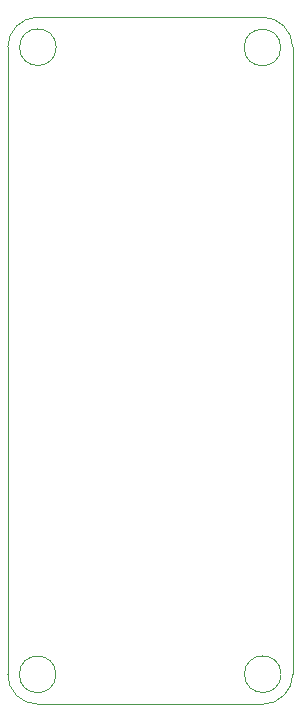
<source format=gbr>
%TF.GenerationSoftware,KiCad,Pcbnew,(6.0.7)*%
%TF.CreationDate,2022-11-28T20:00:57-08:00*%
%TF.ProjectId,max98357-amp,6d617839-3833-4353-972d-616d702e6b69,rev?*%
%TF.SameCoordinates,Original*%
%TF.FileFunction,Profile,NP*%
%FSLAX46Y46*%
G04 Gerber Fmt 4.6, Leading zero omitted, Abs format (unit mm)*
G04 Created by KiCad (PCBNEW (6.0.7)) date 2022-11-28 20:00:57*
%MOMM*%
%LPD*%
G01*
G04 APERTURE LIST*
%TA.AperFunction,Profile*%
%ADD10C,0.100000*%
%TD*%
G04 APERTURE END LIST*
D10*
X129794000Y-68071982D02*
G75*
G03*
X127254272Y-70618817I7100J-2546818D01*
G01*
X127254272Y-70618817D02*
X127254000Y-123704592D01*
X127254008Y-123704592D02*
G75*
G03*
X129794000Y-126244592I2524892J-15108D01*
G01*
X148818040Y-68072000D02*
X129794000Y-68072000D01*
X151384272Y-70618817D02*
X151384000Y-123704592D01*
X129794000Y-126244592D02*
X148844000Y-126244592D01*
X131329133Y-123719692D02*
G75*
G03*
X131329133Y-123719692I-1550233J0D01*
G01*
X150394233Y-123704592D02*
G75*
G03*
X150394233Y-123704592I-1550233J0D01*
G01*
X148844000Y-126244600D02*
G75*
G03*
X151384000Y-123704592I0J2540000D01*
G01*
X150361349Y-70645281D02*
G75*
G03*
X150361349Y-70645281I-1550233J0D01*
G01*
X151384273Y-70618817D02*
G75*
G03*
X148818040Y-68072000I-2573173J-26483D01*
G01*
X131351331Y-70618817D02*
G75*
G03*
X131351331Y-70618817I-1550233J0D01*
G01*
M02*

</source>
